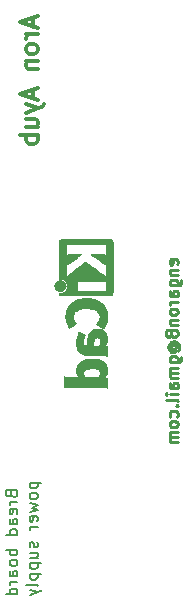
<source format=gbo>
G04 #@! TF.GenerationSoftware,KiCad,Pcbnew,(5.1.5)-3*
G04 #@! TF.CreationDate,2020-11-06T17:50:15+03:00*
G04 #@! TF.ProjectId,P_supply,505f7375-7070-46c7-992e-6b696361645f,rev?*
G04 #@! TF.SameCoordinates,Original*
G04 #@! TF.FileFunction,Legend,Bot*
G04 #@! TF.FilePolarity,Positive*
%FSLAX46Y46*%
G04 Gerber Fmt 4.6, Leading zero omitted, Abs format (unit mm)*
G04 Created by KiCad (PCBNEW (5.1.5)-3) date 2020-11-06 17:50:15*
%MOMM*%
%LPD*%
G04 APERTURE LIST*
%ADD10C,0.300000*%
%ADD11C,0.250000*%
%ADD12C,0.200000*%
%ADD13C,0.010000*%
G04 APERTURE END LIST*
D10*
X80895000Y-53733571D02*
X80895000Y-54447857D01*
X81323571Y-53590714D02*
X79823571Y-54090714D01*
X81323571Y-54590714D01*
X81323571Y-55090714D02*
X80323571Y-55090714D01*
X80609285Y-55090714D02*
X80466428Y-55162142D01*
X80395000Y-55233571D01*
X80323571Y-55376428D01*
X80323571Y-55519285D01*
X81323571Y-56233571D02*
X81252142Y-56090714D01*
X81180714Y-56019285D01*
X81037857Y-55947857D01*
X80609285Y-55947857D01*
X80466428Y-56019285D01*
X80395000Y-56090714D01*
X80323571Y-56233571D01*
X80323571Y-56447857D01*
X80395000Y-56590714D01*
X80466428Y-56662142D01*
X80609285Y-56733571D01*
X81037857Y-56733571D01*
X81180714Y-56662142D01*
X81252142Y-56590714D01*
X81323571Y-56447857D01*
X81323571Y-56233571D01*
X80323571Y-57376428D02*
X81323571Y-57376428D01*
X80466428Y-57376428D02*
X80395000Y-57447857D01*
X80323571Y-57590714D01*
X80323571Y-57805000D01*
X80395000Y-57947857D01*
X80537857Y-58019285D01*
X81323571Y-58019285D01*
X80895000Y-59805000D02*
X80895000Y-60519285D01*
X81323571Y-59662142D02*
X79823571Y-60162142D01*
X81323571Y-60662142D01*
X80323571Y-61019285D02*
X81323571Y-61376428D01*
X80323571Y-61733571D02*
X81323571Y-61376428D01*
X81680714Y-61233571D01*
X81752142Y-61162142D01*
X81823571Y-61019285D01*
X80323571Y-62947857D02*
X81323571Y-62947857D01*
X80323571Y-62305000D02*
X81109285Y-62305000D01*
X81252142Y-62376428D01*
X81323571Y-62519285D01*
X81323571Y-62733571D01*
X81252142Y-62876428D01*
X81180714Y-62947857D01*
X81323571Y-63662142D02*
X79823571Y-63662142D01*
X80395000Y-63662142D02*
X80323571Y-63805000D01*
X80323571Y-64090714D01*
X80395000Y-64233571D01*
X80466428Y-64305000D01*
X80609285Y-64376428D01*
X81037857Y-64376428D01*
X81180714Y-64305000D01*
X81252142Y-64233571D01*
X81323571Y-64090714D01*
X81323571Y-63805000D01*
X81252142Y-63662142D01*
D11*
X93114761Y-74557857D02*
X93162380Y-74462619D01*
X93162380Y-74272142D01*
X93114761Y-74176904D01*
X93019523Y-74129285D01*
X92638571Y-74129285D01*
X92543333Y-74176904D01*
X92495714Y-74272142D01*
X92495714Y-74462619D01*
X92543333Y-74557857D01*
X92638571Y-74605476D01*
X92733809Y-74605476D01*
X92829047Y-74129285D01*
X92495714Y-75034047D02*
X93162380Y-75034047D01*
X92590952Y-75034047D02*
X92543333Y-75081666D01*
X92495714Y-75176904D01*
X92495714Y-75319761D01*
X92543333Y-75415000D01*
X92638571Y-75462619D01*
X93162380Y-75462619D01*
X92495714Y-76367380D02*
X93305238Y-76367380D01*
X93400476Y-76319761D01*
X93448095Y-76272142D01*
X93495714Y-76176904D01*
X93495714Y-76034047D01*
X93448095Y-75938809D01*
X93114761Y-76367380D02*
X93162380Y-76272142D01*
X93162380Y-76081666D01*
X93114761Y-75986428D01*
X93067142Y-75938809D01*
X92971904Y-75891190D01*
X92686190Y-75891190D01*
X92590952Y-75938809D01*
X92543333Y-75986428D01*
X92495714Y-76081666D01*
X92495714Y-76272142D01*
X92543333Y-76367380D01*
X93162380Y-77272142D02*
X92638571Y-77272142D01*
X92543333Y-77224523D01*
X92495714Y-77129285D01*
X92495714Y-76938809D01*
X92543333Y-76843571D01*
X93114761Y-77272142D02*
X93162380Y-77176904D01*
X93162380Y-76938809D01*
X93114761Y-76843571D01*
X93019523Y-76795952D01*
X92924285Y-76795952D01*
X92829047Y-76843571D01*
X92781428Y-76938809D01*
X92781428Y-77176904D01*
X92733809Y-77272142D01*
X93162380Y-77748333D02*
X92495714Y-77748333D01*
X92686190Y-77748333D02*
X92590952Y-77795952D01*
X92543333Y-77843571D01*
X92495714Y-77938809D01*
X92495714Y-78034047D01*
X93162380Y-78510238D02*
X93114761Y-78415000D01*
X93067142Y-78367380D01*
X92971904Y-78319761D01*
X92686190Y-78319761D01*
X92590952Y-78367380D01*
X92543333Y-78415000D01*
X92495714Y-78510238D01*
X92495714Y-78653095D01*
X92543333Y-78748333D01*
X92590952Y-78795952D01*
X92686190Y-78843571D01*
X92971904Y-78843571D01*
X93067142Y-78795952D01*
X93114761Y-78748333D01*
X93162380Y-78653095D01*
X93162380Y-78510238D01*
X92495714Y-79272142D02*
X93162380Y-79272142D01*
X92590952Y-79272142D02*
X92543333Y-79319761D01*
X92495714Y-79415000D01*
X92495714Y-79557857D01*
X92543333Y-79653095D01*
X92638571Y-79700714D01*
X93162380Y-79700714D01*
X92590952Y-80319761D02*
X92543333Y-80224523D01*
X92495714Y-80176904D01*
X92400476Y-80129285D01*
X92352857Y-80129285D01*
X92257619Y-80176904D01*
X92210000Y-80224523D01*
X92162380Y-80319761D01*
X92162380Y-80510238D01*
X92210000Y-80605476D01*
X92257619Y-80653095D01*
X92352857Y-80700714D01*
X92400476Y-80700714D01*
X92495714Y-80653095D01*
X92543333Y-80605476D01*
X92590952Y-80510238D01*
X92590952Y-80319761D01*
X92638571Y-80224523D01*
X92686190Y-80176904D01*
X92781428Y-80129285D01*
X92971904Y-80129285D01*
X93067142Y-80176904D01*
X93114761Y-80224523D01*
X93162380Y-80319761D01*
X93162380Y-80510238D01*
X93114761Y-80605476D01*
X93067142Y-80653095D01*
X92971904Y-80700714D01*
X92781428Y-80700714D01*
X92686190Y-80653095D01*
X92638571Y-80605476D01*
X92590952Y-80510238D01*
X92686190Y-81748333D02*
X92638571Y-81700714D01*
X92590952Y-81605476D01*
X92590952Y-81510238D01*
X92638571Y-81415000D01*
X92686190Y-81367380D01*
X92781428Y-81319761D01*
X92876666Y-81319761D01*
X92971904Y-81367380D01*
X93019523Y-81415000D01*
X93067142Y-81510238D01*
X93067142Y-81605476D01*
X93019523Y-81700714D01*
X92971904Y-81748333D01*
X92590952Y-81748333D02*
X92971904Y-81748333D01*
X93019523Y-81795952D01*
X93019523Y-81843571D01*
X92971904Y-81938809D01*
X92876666Y-81986428D01*
X92638571Y-81986428D01*
X92495714Y-81891190D01*
X92400476Y-81748333D01*
X92352857Y-81557857D01*
X92400476Y-81367380D01*
X92495714Y-81224523D01*
X92638571Y-81129285D01*
X92829047Y-81081666D01*
X93019523Y-81129285D01*
X93162380Y-81224523D01*
X93257619Y-81367380D01*
X93305238Y-81557857D01*
X93257619Y-81748333D01*
X93162380Y-81891190D01*
X92495714Y-82843571D02*
X93305238Y-82843571D01*
X93400476Y-82795952D01*
X93448095Y-82748333D01*
X93495714Y-82653095D01*
X93495714Y-82510238D01*
X93448095Y-82415000D01*
X93114761Y-82843571D02*
X93162380Y-82748333D01*
X93162380Y-82557857D01*
X93114761Y-82462619D01*
X93067142Y-82415000D01*
X92971904Y-82367380D01*
X92686190Y-82367380D01*
X92590952Y-82415000D01*
X92543333Y-82462619D01*
X92495714Y-82557857D01*
X92495714Y-82748333D01*
X92543333Y-82843571D01*
X93162380Y-83319761D02*
X92495714Y-83319761D01*
X92590952Y-83319761D02*
X92543333Y-83367380D01*
X92495714Y-83462619D01*
X92495714Y-83605476D01*
X92543333Y-83700714D01*
X92638571Y-83748333D01*
X93162380Y-83748333D01*
X92638571Y-83748333D02*
X92543333Y-83795952D01*
X92495714Y-83891190D01*
X92495714Y-84034047D01*
X92543333Y-84129285D01*
X92638571Y-84176904D01*
X93162380Y-84176904D01*
X93162380Y-85081666D02*
X92638571Y-85081666D01*
X92543333Y-85034047D01*
X92495714Y-84938809D01*
X92495714Y-84748333D01*
X92543333Y-84653095D01*
X93114761Y-85081666D02*
X93162380Y-84986428D01*
X93162380Y-84748333D01*
X93114761Y-84653095D01*
X93019523Y-84605476D01*
X92924285Y-84605476D01*
X92829047Y-84653095D01*
X92781428Y-84748333D01*
X92781428Y-84986428D01*
X92733809Y-85081666D01*
X93162380Y-85557857D02*
X92495714Y-85557857D01*
X92162380Y-85557857D02*
X92210000Y-85510238D01*
X92257619Y-85557857D01*
X92210000Y-85605476D01*
X92162380Y-85557857D01*
X92257619Y-85557857D01*
X93162380Y-86176904D02*
X93114761Y-86081666D01*
X93019523Y-86034047D01*
X92162380Y-86034047D01*
X93067142Y-86557857D02*
X93114761Y-86605476D01*
X93162380Y-86557857D01*
X93114761Y-86510238D01*
X93067142Y-86557857D01*
X93162380Y-86557857D01*
X93114761Y-87462619D02*
X93162380Y-87367380D01*
X93162380Y-87176904D01*
X93114761Y-87081666D01*
X93067142Y-87034047D01*
X92971904Y-86986428D01*
X92686190Y-86986428D01*
X92590952Y-87034047D01*
X92543333Y-87081666D01*
X92495714Y-87176904D01*
X92495714Y-87367380D01*
X92543333Y-87462619D01*
X93162380Y-88034047D02*
X93114761Y-87938809D01*
X93067142Y-87891190D01*
X92971904Y-87843571D01*
X92686190Y-87843571D01*
X92590952Y-87891190D01*
X92543333Y-87938809D01*
X92495714Y-88034047D01*
X92495714Y-88176904D01*
X92543333Y-88272142D01*
X92590952Y-88319761D01*
X92686190Y-88367380D01*
X92971904Y-88367380D01*
X93067142Y-88319761D01*
X93114761Y-88272142D01*
X93162380Y-88176904D01*
X93162380Y-88034047D01*
X93162380Y-88795952D02*
X92495714Y-88795952D01*
X92590952Y-88795952D02*
X92543333Y-88843571D01*
X92495714Y-88938809D01*
X92495714Y-89081666D01*
X92543333Y-89176904D01*
X92638571Y-89224523D01*
X93162380Y-89224523D01*
X92638571Y-89224523D02*
X92543333Y-89272142D01*
X92495714Y-89367380D01*
X92495714Y-89510238D01*
X92543333Y-89605476D01*
X92638571Y-89653095D01*
X93162380Y-89653095D01*
D12*
X79088571Y-94025714D02*
X79136190Y-94168571D01*
X79183809Y-94216190D01*
X79279047Y-94263809D01*
X79421904Y-94263809D01*
X79517142Y-94216190D01*
X79564761Y-94168571D01*
X79612380Y-94073333D01*
X79612380Y-93692380D01*
X78612380Y-93692380D01*
X78612380Y-94025714D01*
X78660000Y-94120952D01*
X78707619Y-94168571D01*
X78802857Y-94216190D01*
X78898095Y-94216190D01*
X78993333Y-94168571D01*
X79040952Y-94120952D01*
X79088571Y-94025714D01*
X79088571Y-93692380D01*
X79612380Y-94692380D02*
X78945714Y-94692380D01*
X79136190Y-94692380D02*
X79040952Y-94740000D01*
X78993333Y-94787619D01*
X78945714Y-94882857D01*
X78945714Y-94978095D01*
X79564761Y-95692380D02*
X79612380Y-95597142D01*
X79612380Y-95406666D01*
X79564761Y-95311428D01*
X79469523Y-95263809D01*
X79088571Y-95263809D01*
X78993333Y-95311428D01*
X78945714Y-95406666D01*
X78945714Y-95597142D01*
X78993333Y-95692380D01*
X79088571Y-95740000D01*
X79183809Y-95740000D01*
X79279047Y-95263809D01*
X79612380Y-96597142D02*
X79088571Y-96597142D01*
X78993333Y-96549523D01*
X78945714Y-96454285D01*
X78945714Y-96263809D01*
X78993333Y-96168571D01*
X79564761Y-96597142D02*
X79612380Y-96501904D01*
X79612380Y-96263809D01*
X79564761Y-96168571D01*
X79469523Y-96120952D01*
X79374285Y-96120952D01*
X79279047Y-96168571D01*
X79231428Y-96263809D01*
X79231428Y-96501904D01*
X79183809Y-96597142D01*
X79612380Y-97501904D02*
X78612380Y-97501904D01*
X79564761Y-97501904D02*
X79612380Y-97406666D01*
X79612380Y-97216190D01*
X79564761Y-97120952D01*
X79517142Y-97073333D01*
X79421904Y-97025714D01*
X79136190Y-97025714D01*
X79040952Y-97073333D01*
X78993333Y-97120952D01*
X78945714Y-97216190D01*
X78945714Y-97406666D01*
X78993333Y-97501904D01*
X79612380Y-98740000D02*
X78612380Y-98740000D01*
X78993333Y-98740000D02*
X78945714Y-98835238D01*
X78945714Y-99025714D01*
X78993333Y-99120952D01*
X79040952Y-99168571D01*
X79136190Y-99216190D01*
X79421904Y-99216190D01*
X79517142Y-99168571D01*
X79564761Y-99120952D01*
X79612380Y-99025714D01*
X79612380Y-98835238D01*
X79564761Y-98740000D01*
X79612380Y-99787619D02*
X79564761Y-99692380D01*
X79517142Y-99644761D01*
X79421904Y-99597142D01*
X79136190Y-99597142D01*
X79040952Y-99644761D01*
X78993333Y-99692380D01*
X78945714Y-99787619D01*
X78945714Y-99930476D01*
X78993333Y-100025714D01*
X79040952Y-100073333D01*
X79136190Y-100120952D01*
X79421904Y-100120952D01*
X79517142Y-100073333D01*
X79564761Y-100025714D01*
X79612380Y-99930476D01*
X79612380Y-99787619D01*
X79612380Y-100978095D02*
X79088571Y-100978095D01*
X78993333Y-100930476D01*
X78945714Y-100835238D01*
X78945714Y-100644761D01*
X78993333Y-100549523D01*
X79564761Y-100978095D02*
X79612380Y-100882857D01*
X79612380Y-100644761D01*
X79564761Y-100549523D01*
X79469523Y-100501904D01*
X79374285Y-100501904D01*
X79279047Y-100549523D01*
X79231428Y-100644761D01*
X79231428Y-100882857D01*
X79183809Y-100978095D01*
X79612380Y-101454285D02*
X78945714Y-101454285D01*
X79136190Y-101454285D02*
X79040952Y-101501904D01*
X78993333Y-101549523D01*
X78945714Y-101644761D01*
X78945714Y-101740000D01*
X79612380Y-102501904D02*
X78612380Y-102501904D01*
X79564761Y-102501904D02*
X79612380Y-102406666D01*
X79612380Y-102216190D01*
X79564761Y-102120952D01*
X79517142Y-102073333D01*
X79421904Y-102025714D01*
X79136190Y-102025714D01*
X79040952Y-102073333D01*
X78993333Y-102120952D01*
X78945714Y-102216190D01*
X78945714Y-102406666D01*
X78993333Y-102501904D01*
X80645714Y-93073333D02*
X81645714Y-93073333D01*
X80693333Y-93073333D02*
X80645714Y-93168571D01*
X80645714Y-93359047D01*
X80693333Y-93454285D01*
X80740952Y-93501904D01*
X80836190Y-93549523D01*
X81121904Y-93549523D01*
X81217142Y-93501904D01*
X81264761Y-93454285D01*
X81312380Y-93359047D01*
X81312380Y-93168571D01*
X81264761Y-93073333D01*
X81312380Y-94120952D02*
X81264761Y-94025714D01*
X81217142Y-93978095D01*
X81121904Y-93930476D01*
X80836190Y-93930476D01*
X80740952Y-93978095D01*
X80693333Y-94025714D01*
X80645714Y-94120952D01*
X80645714Y-94263809D01*
X80693333Y-94359047D01*
X80740952Y-94406666D01*
X80836190Y-94454285D01*
X81121904Y-94454285D01*
X81217142Y-94406666D01*
X81264761Y-94359047D01*
X81312380Y-94263809D01*
X81312380Y-94120952D01*
X80645714Y-94787619D02*
X81312380Y-94978095D01*
X80836190Y-95168571D01*
X81312380Y-95359047D01*
X80645714Y-95549523D01*
X81264761Y-96311428D02*
X81312380Y-96216190D01*
X81312380Y-96025714D01*
X81264761Y-95930476D01*
X81169523Y-95882857D01*
X80788571Y-95882857D01*
X80693333Y-95930476D01*
X80645714Y-96025714D01*
X80645714Y-96216190D01*
X80693333Y-96311428D01*
X80788571Y-96359047D01*
X80883809Y-96359047D01*
X80979047Y-95882857D01*
X81312380Y-96787619D02*
X80645714Y-96787619D01*
X80836190Y-96787619D02*
X80740952Y-96835238D01*
X80693333Y-96882857D01*
X80645714Y-96978095D01*
X80645714Y-97073333D01*
X81264761Y-98120952D02*
X81312380Y-98216190D01*
X81312380Y-98406666D01*
X81264761Y-98501904D01*
X81169523Y-98549523D01*
X81121904Y-98549523D01*
X81026666Y-98501904D01*
X80979047Y-98406666D01*
X80979047Y-98263809D01*
X80931428Y-98168571D01*
X80836190Y-98120952D01*
X80788571Y-98120952D01*
X80693333Y-98168571D01*
X80645714Y-98263809D01*
X80645714Y-98406666D01*
X80693333Y-98501904D01*
X80645714Y-99406666D02*
X81312380Y-99406666D01*
X80645714Y-98978095D02*
X81169523Y-98978095D01*
X81264761Y-99025714D01*
X81312380Y-99120952D01*
X81312380Y-99263809D01*
X81264761Y-99359047D01*
X81217142Y-99406666D01*
X80645714Y-99882857D02*
X81645714Y-99882857D01*
X80693333Y-99882857D02*
X80645714Y-99978095D01*
X80645714Y-100168571D01*
X80693333Y-100263809D01*
X80740952Y-100311428D01*
X80836190Y-100359047D01*
X81121904Y-100359047D01*
X81217142Y-100311428D01*
X81264761Y-100263809D01*
X81312380Y-100168571D01*
X81312380Y-99978095D01*
X81264761Y-99882857D01*
X80645714Y-100787619D02*
X81645714Y-100787619D01*
X80693333Y-100787619D02*
X80645714Y-100882857D01*
X80645714Y-101073333D01*
X80693333Y-101168571D01*
X80740952Y-101216190D01*
X80836190Y-101263809D01*
X81121904Y-101263809D01*
X81217142Y-101216190D01*
X81264761Y-101168571D01*
X81312380Y-101073333D01*
X81312380Y-100882857D01*
X81264761Y-100787619D01*
X81312380Y-101835238D02*
X81264761Y-101740000D01*
X81169523Y-101692380D01*
X80312380Y-101692380D01*
X80645714Y-102120952D02*
X81312380Y-102359047D01*
X80645714Y-102597142D02*
X81312380Y-102359047D01*
X81550476Y-102263809D01*
X81598095Y-102216190D01*
X81645714Y-102120952D01*
D13*
G36*
X82751571Y-76466957D02*
G01*
X82775809Y-76563232D01*
X82818641Y-76649816D01*
X82878419Y-76724627D01*
X82953494Y-76785582D01*
X83042220Y-76830601D01*
X83138530Y-76856864D01*
X83235795Y-76862714D01*
X83329654Y-76847860D01*
X83417511Y-76814160D01*
X83496770Y-76763472D01*
X83564836Y-76697655D01*
X83619112Y-76618566D01*
X83657002Y-76528066D01*
X83669426Y-76476800D01*
X83676947Y-76432302D01*
X83679919Y-76398001D01*
X83678094Y-76365040D01*
X83671225Y-76324566D01*
X83664250Y-76291469D01*
X83632741Y-76198053D01*
X83581617Y-76114381D01*
X83512429Y-76042335D01*
X83426728Y-75983800D01*
X83399489Y-75969852D01*
X83363122Y-75953414D01*
X83332582Y-75943106D01*
X83300450Y-75937540D01*
X83259307Y-75935331D01*
X83213222Y-75935052D01*
X83128865Y-75939139D01*
X83059586Y-75952554D01*
X82998961Y-75977744D01*
X82940567Y-76017154D01*
X82896302Y-76055702D01*
X82830484Y-76127594D01*
X82785053Y-76202687D01*
X82757850Y-76285438D01*
X82747576Y-76363072D01*
X82751571Y-76466957D01*
G37*
X82751571Y-76466957D02*
X82775809Y-76563232D01*
X82818641Y-76649816D01*
X82878419Y-76724627D01*
X82953494Y-76785582D01*
X83042220Y-76830601D01*
X83138530Y-76856864D01*
X83235795Y-76862714D01*
X83329654Y-76847860D01*
X83417511Y-76814160D01*
X83496770Y-76763472D01*
X83564836Y-76697655D01*
X83619112Y-76618566D01*
X83657002Y-76528066D01*
X83669426Y-76476800D01*
X83676947Y-76432302D01*
X83679919Y-76398001D01*
X83678094Y-76365040D01*
X83671225Y-76324566D01*
X83664250Y-76291469D01*
X83632741Y-76198053D01*
X83581617Y-76114381D01*
X83512429Y-76042335D01*
X83426728Y-75983800D01*
X83399489Y-75969852D01*
X83363122Y-75953414D01*
X83332582Y-75943106D01*
X83300450Y-75937540D01*
X83259307Y-75935331D01*
X83213222Y-75935052D01*
X83128865Y-75939139D01*
X83059586Y-75952554D01*
X82998961Y-75977744D01*
X82940567Y-76017154D01*
X82896302Y-76055702D01*
X82830484Y-76127594D01*
X82785053Y-76202687D01*
X82757850Y-76285438D01*
X82747576Y-76363072D01*
X82751571Y-76466957D01*
G36*
X85197245Y-84926507D02*
G01*
X85431662Y-84926526D01*
X85644603Y-84926552D01*
X85837168Y-84926625D01*
X86010459Y-84926782D01*
X86165576Y-84927064D01*
X86303620Y-84927509D01*
X86425692Y-84928156D01*
X86532894Y-84929045D01*
X86626326Y-84930213D01*
X86707090Y-84931701D01*
X86776286Y-84933546D01*
X86835015Y-84935789D01*
X86884379Y-84938469D01*
X86925478Y-84941623D01*
X86959413Y-84945292D01*
X86987286Y-84949513D01*
X87010198Y-84954327D01*
X87029249Y-84959773D01*
X87045540Y-84965888D01*
X87060173Y-84972712D01*
X87074249Y-84980285D01*
X87088868Y-84988645D01*
X87097974Y-84993839D01*
X87158689Y-85028104D01*
X87158689Y-84169955D01*
X87062733Y-84169955D01*
X87019370Y-84169224D01*
X86986205Y-84167272D01*
X86968424Y-84164463D01*
X86966778Y-84163221D01*
X86973662Y-84151799D01*
X86991505Y-84129084D01*
X87010879Y-84106385D01*
X87051614Y-84051800D01*
X87092617Y-83982321D01*
X87130123Y-83905270D01*
X87160364Y-83827965D01*
X87170012Y-83797113D01*
X87184578Y-83728616D01*
X87194539Y-83645764D01*
X87199583Y-83556371D01*
X87199396Y-83468248D01*
X87193666Y-83389207D01*
X87187858Y-83351511D01*
X87149797Y-83213414D01*
X87092073Y-83086113D01*
X87015211Y-82970292D01*
X86919739Y-82866637D01*
X86806179Y-82775833D01*
X86695381Y-82709031D01*
X86578625Y-82654164D01*
X86459276Y-82612163D01*
X86333283Y-82582167D01*
X86196594Y-82563311D01*
X86045158Y-82554732D01*
X85967711Y-82554006D01*
X85910934Y-82556100D01*
X85910934Y-83385217D01*
X86004002Y-83385424D01*
X86091692Y-83388337D01*
X86168772Y-83394000D01*
X86230009Y-83402455D01*
X86242350Y-83405038D01*
X86349633Y-83436840D01*
X86436658Y-83478498D01*
X86503642Y-83530363D01*
X86550805Y-83592781D01*
X86578365Y-83666100D01*
X86586541Y-83750669D01*
X86575551Y-83846835D01*
X86559829Y-83910311D01*
X86541639Y-83959454D01*
X86515791Y-84013583D01*
X86492089Y-84054244D01*
X86445721Y-84124800D01*
X85295530Y-84124800D01*
X85251962Y-84057392D01*
X85211040Y-83978867D01*
X85184389Y-83894681D01*
X85172465Y-83809557D01*
X85175722Y-83728216D01*
X85194615Y-83655380D01*
X85210184Y-83623426D01*
X85253181Y-83565501D01*
X85309953Y-83516544D01*
X85382575Y-83475390D01*
X85473121Y-83440874D01*
X85583666Y-83411833D01*
X85589533Y-83410552D01*
X85651788Y-83400381D01*
X85729594Y-83392739D01*
X85817720Y-83387670D01*
X85910934Y-83385217D01*
X85910934Y-82556100D01*
X85754895Y-82561857D01*
X85559059Y-82583802D01*
X85380332Y-82619786D01*
X85218845Y-82669759D01*
X85074726Y-82733668D01*
X84948106Y-82811462D01*
X84839115Y-82903089D01*
X84747883Y-83008497D01*
X84716932Y-83053662D01*
X84660785Y-83154611D01*
X84621174Y-83257901D01*
X84597014Y-83367989D01*
X84587219Y-83489330D01*
X84588265Y-83581836D01*
X84599231Y-83711490D01*
X84621046Y-83824084D01*
X84654714Y-83922875D01*
X84701236Y-84011121D01*
X84735448Y-84059986D01*
X84757362Y-84089353D01*
X84772333Y-84111043D01*
X84776733Y-84119253D01*
X84765904Y-84120868D01*
X84735251Y-84122159D01*
X84687526Y-84123138D01*
X84625479Y-84123817D01*
X84551862Y-84124210D01*
X84469427Y-84124330D01*
X84380925Y-84124188D01*
X84289107Y-84123797D01*
X84196724Y-84123171D01*
X84106528Y-84122320D01*
X84021271Y-84121260D01*
X83943703Y-84120001D01*
X83876576Y-84118556D01*
X83822641Y-84116938D01*
X83784650Y-84115161D01*
X83777667Y-84114669D01*
X83707251Y-84107092D01*
X83652102Y-84095531D01*
X83604981Y-84077792D01*
X83558647Y-84051682D01*
X83549067Y-84045415D01*
X83512378Y-84020983D01*
X83512378Y-84926311D01*
X85197245Y-84926507D01*
G37*
X85197245Y-84926507D02*
X85431662Y-84926526D01*
X85644603Y-84926552D01*
X85837168Y-84926625D01*
X86010459Y-84926782D01*
X86165576Y-84927064D01*
X86303620Y-84927509D01*
X86425692Y-84928156D01*
X86532894Y-84929045D01*
X86626326Y-84930213D01*
X86707090Y-84931701D01*
X86776286Y-84933546D01*
X86835015Y-84935789D01*
X86884379Y-84938469D01*
X86925478Y-84941623D01*
X86959413Y-84945292D01*
X86987286Y-84949513D01*
X87010198Y-84954327D01*
X87029249Y-84959773D01*
X87045540Y-84965888D01*
X87060173Y-84972712D01*
X87074249Y-84980285D01*
X87088868Y-84988645D01*
X87097974Y-84993839D01*
X87158689Y-85028104D01*
X87158689Y-84169955D01*
X87062733Y-84169955D01*
X87019370Y-84169224D01*
X86986205Y-84167272D01*
X86968424Y-84164463D01*
X86966778Y-84163221D01*
X86973662Y-84151799D01*
X86991505Y-84129084D01*
X87010879Y-84106385D01*
X87051614Y-84051800D01*
X87092617Y-83982321D01*
X87130123Y-83905270D01*
X87160364Y-83827965D01*
X87170012Y-83797113D01*
X87184578Y-83728616D01*
X87194539Y-83645764D01*
X87199583Y-83556371D01*
X87199396Y-83468248D01*
X87193666Y-83389207D01*
X87187858Y-83351511D01*
X87149797Y-83213414D01*
X87092073Y-83086113D01*
X87015211Y-82970292D01*
X86919739Y-82866637D01*
X86806179Y-82775833D01*
X86695381Y-82709031D01*
X86578625Y-82654164D01*
X86459276Y-82612163D01*
X86333283Y-82582167D01*
X86196594Y-82563311D01*
X86045158Y-82554732D01*
X85967711Y-82554006D01*
X85910934Y-82556100D01*
X85910934Y-83385217D01*
X86004002Y-83385424D01*
X86091692Y-83388337D01*
X86168772Y-83394000D01*
X86230009Y-83402455D01*
X86242350Y-83405038D01*
X86349633Y-83436840D01*
X86436658Y-83478498D01*
X86503642Y-83530363D01*
X86550805Y-83592781D01*
X86578365Y-83666100D01*
X86586541Y-83750669D01*
X86575551Y-83846835D01*
X86559829Y-83910311D01*
X86541639Y-83959454D01*
X86515791Y-84013583D01*
X86492089Y-84054244D01*
X86445721Y-84124800D01*
X85295530Y-84124800D01*
X85251962Y-84057392D01*
X85211040Y-83978867D01*
X85184389Y-83894681D01*
X85172465Y-83809557D01*
X85175722Y-83728216D01*
X85194615Y-83655380D01*
X85210184Y-83623426D01*
X85253181Y-83565501D01*
X85309953Y-83516544D01*
X85382575Y-83475390D01*
X85473121Y-83440874D01*
X85583666Y-83411833D01*
X85589533Y-83410552D01*
X85651788Y-83400381D01*
X85729594Y-83392739D01*
X85817720Y-83387670D01*
X85910934Y-83385217D01*
X85910934Y-82556100D01*
X85754895Y-82561857D01*
X85559059Y-82583802D01*
X85380332Y-82619786D01*
X85218845Y-82669759D01*
X85074726Y-82733668D01*
X84948106Y-82811462D01*
X84839115Y-82903089D01*
X84747883Y-83008497D01*
X84716932Y-83053662D01*
X84660785Y-83154611D01*
X84621174Y-83257901D01*
X84597014Y-83367989D01*
X84587219Y-83489330D01*
X84588265Y-83581836D01*
X84599231Y-83711490D01*
X84621046Y-83824084D01*
X84654714Y-83922875D01*
X84701236Y-84011121D01*
X84735448Y-84059986D01*
X84757362Y-84089353D01*
X84772333Y-84111043D01*
X84776733Y-84119253D01*
X84765904Y-84120868D01*
X84735251Y-84122159D01*
X84687526Y-84123138D01*
X84625479Y-84123817D01*
X84551862Y-84124210D01*
X84469427Y-84124330D01*
X84380925Y-84124188D01*
X84289107Y-84123797D01*
X84196724Y-84123171D01*
X84106528Y-84122320D01*
X84021271Y-84121260D01*
X83943703Y-84120001D01*
X83876576Y-84118556D01*
X83822641Y-84116938D01*
X83784650Y-84115161D01*
X83777667Y-84114669D01*
X83707251Y-84107092D01*
X83652102Y-84095531D01*
X83604981Y-84077792D01*
X83558647Y-84051682D01*
X83549067Y-84045415D01*
X83512378Y-84020983D01*
X83512378Y-84926311D01*
X85197245Y-84926507D01*
G36*
X84591552Y-81413574D02*
G01*
X84611567Y-81565492D01*
X84645202Y-81700756D01*
X84692725Y-81820239D01*
X84754405Y-81924815D01*
X84817965Y-82002424D01*
X84892099Y-82071265D01*
X84971871Y-82125006D01*
X85064091Y-82167910D01*
X85107161Y-82183384D01*
X85146142Y-82196244D01*
X85182289Y-82207446D01*
X85217434Y-82217120D01*
X85253410Y-82225396D01*
X85292050Y-82232403D01*
X85335185Y-82238272D01*
X85384649Y-82243131D01*
X85442273Y-82247110D01*
X85509891Y-82250340D01*
X85589334Y-82252949D01*
X85682436Y-82255067D01*
X85791027Y-82256824D01*
X85916942Y-82258349D01*
X86062012Y-82259772D01*
X86204778Y-82261025D01*
X86360968Y-82262351D01*
X86496239Y-82263556D01*
X86612246Y-82264766D01*
X86710645Y-82266106D01*
X86793093Y-82267700D01*
X86861246Y-82269675D01*
X86916760Y-82272156D01*
X86961292Y-82275269D01*
X86996498Y-82279138D01*
X87024034Y-82283889D01*
X87045556Y-82289648D01*
X87062722Y-82296539D01*
X87077186Y-82304689D01*
X87090606Y-82314223D01*
X87104638Y-82325266D01*
X87110071Y-82329566D01*
X87132910Y-82345386D01*
X87148463Y-82352422D01*
X87148922Y-82352444D01*
X87151121Y-82341567D01*
X87153147Y-82310582D01*
X87154942Y-82261957D01*
X87156451Y-82198163D01*
X87157616Y-82121669D01*
X87158380Y-82034944D01*
X87158686Y-81940457D01*
X87158689Y-81929550D01*
X87158689Y-81506657D01*
X87062622Y-81503395D01*
X86966556Y-81500133D01*
X87017543Y-81438044D01*
X87085057Y-81340714D01*
X87139749Y-81230813D01*
X87169978Y-81144349D01*
X87184666Y-81075278D01*
X87194659Y-80991925D01*
X87199646Y-80902159D01*
X87199313Y-80813845D01*
X87193351Y-80734851D01*
X87187638Y-80698622D01*
X87149776Y-80558603D01*
X87094932Y-80432178D01*
X87023924Y-80320260D01*
X86937568Y-80223762D01*
X86836679Y-80143600D01*
X86722076Y-80080687D01*
X86595984Y-80036312D01*
X86539401Y-80023978D01*
X86477202Y-80016368D01*
X86402363Y-80012739D01*
X86368467Y-80012245D01*
X86365282Y-80012310D01*
X86365282Y-80772248D01*
X86440333Y-80781541D01*
X86504160Y-80809728D01*
X86559798Y-80858197D01*
X86564211Y-80863254D01*
X86599037Y-80911548D01*
X86621620Y-80963257D01*
X86633540Y-81023989D01*
X86636383Y-81099352D01*
X86635978Y-81117459D01*
X86633325Y-81171278D01*
X86627909Y-81211308D01*
X86617745Y-81246324D01*
X86600850Y-81285103D01*
X86595672Y-81295745D01*
X86559844Y-81356396D01*
X86517212Y-81403215D01*
X86501973Y-81415952D01*
X86445462Y-81460622D01*
X86249586Y-81460622D01*
X86170939Y-81460086D01*
X86112988Y-81458396D01*
X86073875Y-81455428D01*
X86051741Y-81451057D01*
X86045274Y-81446972D01*
X86042111Y-81431047D01*
X86039488Y-81397264D01*
X86037655Y-81350340D01*
X86036857Y-81294993D01*
X86036842Y-81286106D01*
X86042096Y-81165330D01*
X86058263Y-81062660D01*
X86085961Y-80976106D01*
X86125808Y-80903681D01*
X86172758Y-80848751D01*
X86230645Y-80804204D01*
X86293693Y-80779480D01*
X86365282Y-80772248D01*
X86365282Y-80012310D01*
X86274712Y-80014178D01*
X86195812Y-80022522D01*
X86124590Y-80038768D01*
X86053864Y-80064405D01*
X86001493Y-80088401D01*
X85906196Y-80147020D01*
X85818170Y-80225117D01*
X85739017Y-80320315D01*
X85670340Y-80430238D01*
X85613741Y-80552510D01*
X85570821Y-80684755D01*
X85555882Y-80749422D01*
X85533777Y-80885604D01*
X85519194Y-81034049D01*
X85512813Y-81185505D01*
X85514445Y-81312064D01*
X85521224Y-81473950D01*
X85462245Y-81466530D01*
X85363092Y-81447238D01*
X85282372Y-81416104D01*
X85219466Y-81372269D01*
X85173756Y-81314871D01*
X85144622Y-81243048D01*
X85131447Y-81155941D01*
X85133611Y-81052686D01*
X85137612Y-81014711D01*
X85162780Y-80873520D01*
X85203814Y-80736707D01*
X85241815Y-80642178D01*
X85261190Y-80597018D01*
X85276760Y-80558585D01*
X85286405Y-80532234D01*
X85288452Y-80524546D01*
X85279374Y-80514802D01*
X85250405Y-80498083D01*
X85201217Y-80474232D01*
X85131484Y-80443093D01*
X85040879Y-80404507D01*
X85025089Y-80397910D01*
X84952772Y-80367853D01*
X84887425Y-80340874D01*
X84831906Y-80318136D01*
X84789072Y-80300806D01*
X84761781Y-80290048D01*
X84752942Y-80286941D01*
X84748187Y-80296940D01*
X84742910Y-80323217D01*
X84739231Y-80351489D01*
X84734474Y-80381646D01*
X84725028Y-80429433D01*
X84711820Y-80490612D01*
X84695776Y-80560946D01*
X84677820Y-80636194D01*
X84670797Y-80664755D01*
X84645209Y-80769816D01*
X84625147Y-80857480D01*
X84609969Y-80932068D01*
X84599035Y-80997903D01*
X84591704Y-81059307D01*
X84587335Y-81120602D01*
X84585287Y-81186110D01*
X84584889Y-81244128D01*
X84591552Y-81413574D01*
G37*
X84591552Y-81413574D02*
X84611567Y-81565492D01*
X84645202Y-81700756D01*
X84692725Y-81820239D01*
X84754405Y-81924815D01*
X84817965Y-82002424D01*
X84892099Y-82071265D01*
X84971871Y-82125006D01*
X85064091Y-82167910D01*
X85107161Y-82183384D01*
X85146142Y-82196244D01*
X85182289Y-82207446D01*
X85217434Y-82217120D01*
X85253410Y-82225396D01*
X85292050Y-82232403D01*
X85335185Y-82238272D01*
X85384649Y-82243131D01*
X85442273Y-82247110D01*
X85509891Y-82250340D01*
X85589334Y-82252949D01*
X85682436Y-82255067D01*
X85791027Y-82256824D01*
X85916942Y-82258349D01*
X86062012Y-82259772D01*
X86204778Y-82261025D01*
X86360968Y-82262351D01*
X86496239Y-82263556D01*
X86612246Y-82264766D01*
X86710645Y-82266106D01*
X86793093Y-82267700D01*
X86861246Y-82269675D01*
X86916760Y-82272156D01*
X86961292Y-82275269D01*
X86996498Y-82279138D01*
X87024034Y-82283889D01*
X87045556Y-82289648D01*
X87062722Y-82296539D01*
X87077186Y-82304689D01*
X87090606Y-82314223D01*
X87104638Y-82325266D01*
X87110071Y-82329566D01*
X87132910Y-82345386D01*
X87148463Y-82352422D01*
X87148922Y-82352444D01*
X87151121Y-82341567D01*
X87153147Y-82310582D01*
X87154942Y-82261957D01*
X87156451Y-82198163D01*
X87157616Y-82121669D01*
X87158380Y-82034944D01*
X87158686Y-81940457D01*
X87158689Y-81929550D01*
X87158689Y-81506657D01*
X87062622Y-81503395D01*
X86966556Y-81500133D01*
X87017543Y-81438044D01*
X87085057Y-81340714D01*
X87139749Y-81230813D01*
X87169978Y-81144349D01*
X87184666Y-81075278D01*
X87194659Y-80991925D01*
X87199646Y-80902159D01*
X87199313Y-80813845D01*
X87193351Y-80734851D01*
X87187638Y-80698622D01*
X87149776Y-80558603D01*
X87094932Y-80432178D01*
X87023924Y-80320260D01*
X86937568Y-80223762D01*
X86836679Y-80143600D01*
X86722076Y-80080687D01*
X86595984Y-80036312D01*
X86539401Y-80023978D01*
X86477202Y-80016368D01*
X86402363Y-80012739D01*
X86368467Y-80012245D01*
X86365282Y-80012310D01*
X86365282Y-80772248D01*
X86440333Y-80781541D01*
X86504160Y-80809728D01*
X86559798Y-80858197D01*
X86564211Y-80863254D01*
X86599037Y-80911548D01*
X86621620Y-80963257D01*
X86633540Y-81023989D01*
X86636383Y-81099352D01*
X86635978Y-81117459D01*
X86633325Y-81171278D01*
X86627909Y-81211308D01*
X86617745Y-81246324D01*
X86600850Y-81285103D01*
X86595672Y-81295745D01*
X86559844Y-81356396D01*
X86517212Y-81403215D01*
X86501973Y-81415952D01*
X86445462Y-81460622D01*
X86249586Y-81460622D01*
X86170939Y-81460086D01*
X86112988Y-81458396D01*
X86073875Y-81455428D01*
X86051741Y-81451057D01*
X86045274Y-81446972D01*
X86042111Y-81431047D01*
X86039488Y-81397264D01*
X86037655Y-81350340D01*
X86036857Y-81294993D01*
X86036842Y-81286106D01*
X86042096Y-81165330D01*
X86058263Y-81062660D01*
X86085961Y-80976106D01*
X86125808Y-80903681D01*
X86172758Y-80848751D01*
X86230645Y-80804204D01*
X86293693Y-80779480D01*
X86365282Y-80772248D01*
X86365282Y-80012310D01*
X86274712Y-80014178D01*
X86195812Y-80022522D01*
X86124590Y-80038768D01*
X86053864Y-80064405D01*
X86001493Y-80088401D01*
X85906196Y-80147020D01*
X85818170Y-80225117D01*
X85739017Y-80320315D01*
X85670340Y-80430238D01*
X85613741Y-80552510D01*
X85570821Y-80684755D01*
X85555882Y-80749422D01*
X85533777Y-80885604D01*
X85519194Y-81034049D01*
X85512813Y-81185505D01*
X85514445Y-81312064D01*
X85521224Y-81473950D01*
X85462245Y-81466530D01*
X85363092Y-81447238D01*
X85282372Y-81416104D01*
X85219466Y-81372269D01*
X85173756Y-81314871D01*
X85144622Y-81243048D01*
X85131447Y-81155941D01*
X85133611Y-81052686D01*
X85137612Y-81014711D01*
X85162780Y-80873520D01*
X85203814Y-80736707D01*
X85241815Y-80642178D01*
X85261190Y-80597018D01*
X85276760Y-80558585D01*
X85286405Y-80532234D01*
X85288452Y-80524546D01*
X85279374Y-80514802D01*
X85250405Y-80498083D01*
X85201217Y-80474232D01*
X85131484Y-80443093D01*
X85040879Y-80404507D01*
X85025089Y-80397910D01*
X84952772Y-80367853D01*
X84887425Y-80340874D01*
X84831906Y-80318136D01*
X84789072Y-80300806D01*
X84761781Y-80290048D01*
X84752942Y-80286941D01*
X84748187Y-80296940D01*
X84742910Y-80323217D01*
X84739231Y-80351489D01*
X84734474Y-80381646D01*
X84725028Y-80429433D01*
X84711820Y-80490612D01*
X84695776Y-80560946D01*
X84677820Y-80636194D01*
X84670797Y-80664755D01*
X84645209Y-80769816D01*
X84625147Y-80857480D01*
X84609969Y-80932068D01*
X84599035Y-80997903D01*
X84591704Y-81059307D01*
X84587335Y-81120602D01*
X84585287Y-81186110D01*
X84584889Y-81244128D01*
X84591552Y-81413574D01*
G36*
X83674071Y-79068429D02*
G01*
X83695245Y-79228570D01*
X83735385Y-79392510D01*
X83794889Y-79562313D01*
X83874154Y-79740043D01*
X83879699Y-79751310D01*
X83907725Y-79809005D01*
X83931802Y-79860552D01*
X83950249Y-79902191D01*
X83961386Y-79930162D01*
X83963933Y-79939733D01*
X83968941Y-79958950D01*
X83973147Y-79963561D01*
X83983580Y-79958458D01*
X84009868Y-79942418D01*
X84049257Y-79917288D01*
X84098991Y-79884914D01*
X84156315Y-79847143D01*
X84218476Y-79805822D01*
X84282718Y-79762798D01*
X84346285Y-79719917D01*
X84406425Y-79679026D01*
X84460380Y-79641971D01*
X84505397Y-79610600D01*
X84538721Y-79586759D01*
X84557597Y-79572294D01*
X84559787Y-79570309D01*
X84555138Y-79560191D01*
X84537962Y-79537850D01*
X84511440Y-79507280D01*
X84496964Y-79491536D01*
X84421682Y-79395047D01*
X84366241Y-79288336D01*
X84331141Y-79172832D01*
X84316880Y-79049962D01*
X84318051Y-78980561D01*
X84335212Y-78859423D01*
X84371094Y-78750205D01*
X84425959Y-78652582D01*
X84500070Y-78566228D01*
X84593688Y-78490815D01*
X84707076Y-78426018D01*
X84793667Y-78388601D01*
X84929366Y-78344748D01*
X85076850Y-78312428D01*
X85232314Y-78291557D01*
X85391956Y-78282051D01*
X85551973Y-78283827D01*
X85708561Y-78296803D01*
X85857918Y-78320894D01*
X85996240Y-78356018D01*
X86119724Y-78402092D01*
X86153978Y-78418373D01*
X86268064Y-78486620D01*
X86364557Y-78567079D01*
X86442670Y-78658570D01*
X86501617Y-78759911D01*
X86540612Y-78869920D01*
X86558868Y-78987415D01*
X86560211Y-79028883D01*
X86549290Y-79150441D01*
X86516474Y-79270878D01*
X86462439Y-79388666D01*
X86387865Y-79502277D01*
X86309539Y-79593685D01*
X86265008Y-79640215D01*
X86562271Y-79821483D01*
X86636433Y-79866580D01*
X86704646Y-79907819D01*
X86764459Y-79943735D01*
X86813420Y-79972866D01*
X86849079Y-79993750D01*
X86868984Y-80004924D01*
X86872079Y-80006375D01*
X86881718Y-79998146D01*
X86898999Y-79972567D01*
X86922283Y-79932873D01*
X86949934Y-79882297D01*
X86980315Y-79824074D01*
X87011790Y-79761437D01*
X87042722Y-79697621D01*
X87071473Y-79635860D01*
X87096408Y-79579388D01*
X87115889Y-79531438D01*
X87124318Y-79507986D01*
X87162133Y-79374221D01*
X87187136Y-79236327D01*
X87200140Y-79088622D01*
X87202468Y-78961833D01*
X87201373Y-78893878D01*
X87199275Y-78828277D01*
X87196434Y-78770847D01*
X87193106Y-78727403D01*
X87191422Y-78713298D01*
X87162587Y-78574284D01*
X87117468Y-78432757D01*
X87058750Y-78295275D01*
X86989120Y-78168394D01*
X86936441Y-78090889D01*
X86828239Y-77963481D01*
X86701671Y-77845178D01*
X86559866Y-77738172D01*
X86405951Y-77644652D01*
X86243053Y-77566810D01*
X86125756Y-77522956D01*
X85942128Y-77472708D01*
X85747581Y-77439209D01*
X85546325Y-77422449D01*
X85342568Y-77422416D01*
X85140521Y-77439101D01*
X84944392Y-77472493D01*
X84758391Y-77522580D01*
X84746803Y-77526397D01*
X84584750Y-77589281D01*
X84436832Y-77666028D01*
X84298865Y-77759242D01*
X84166661Y-77871527D01*
X84121399Y-77915392D01*
X83997457Y-78051534D01*
X83894915Y-78191491D01*
X83812656Y-78337411D01*
X83749564Y-78491442D01*
X83704523Y-78655732D01*
X83687033Y-78751289D01*
X83671466Y-78910023D01*
X83674071Y-79068429D01*
G37*
X83674071Y-79068429D02*
X83695245Y-79228570D01*
X83735385Y-79392510D01*
X83794889Y-79562313D01*
X83874154Y-79740043D01*
X83879699Y-79751310D01*
X83907725Y-79809005D01*
X83931802Y-79860552D01*
X83950249Y-79902191D01*
X83961386Y-79930162D01*
X83963933Y-79939733D01*
X83968941Y-79958950D01*
X83973147Y-79963561D01*
X83983580Y-79958458D01*
X84009868Y-79942418D01*
X84049257Y-79917288D01*
X84098991Y-79884914D01*
X84156315Y-79847143D01*
X84218476Y-79805822D01*
X84282718Y-79762798D01*
X84346285Y-79719917D01*
X84406425Y-79679026D01*
X84460380Y-79641971D01*
X84505397Y-79610600D01*
X84538721Y-79586759D01*
X84557597Y-79572294D01*
X84559787Y-79570309D01*
X84555138Y-79560191D01*
X84537962Y-79537850D01*
X84511440Y-79507280D01*
X84496964Y-79491536D01*
X84421682Y-79395047D01*
X84366241Y-79288336D01*
X84331141Y-79172832D01*
X84316880Y-79049962D01*
X84318051Y-78980561D01*
X84335212Y-78859423D01*
X84371094Y-78750205D01*
X84425959Y-78652582D01*
X84500070Y-78566228D01*
X84593688Y-78490815D01*
X84707076Y-78426018D01*
X84793667Y-78388601D01*
X84929366Y-78344748D01*
X85076850Y-78312428D01*
X85232314Y-78291557D01*
X85391956Y-78282051D01*
X85551973Y-78283827D01*
X85708561Y-78296803D01*
X85857918Y-78320894D01*
X85996240Y-78356018D01*
X86119724Y-78402092D01*
X86153978Y-78418373D01*
X86268064Y-78486620D01*
X86364557Y-78567079D01*
X86442670Y-78658570D01*
X86501617Y-78759911D01*
X86540612Y-78869920D01*
X86558868Y-78987415D01*
X86560211Y-79028883D01*
X86549290Y-79150441D01*
X86516474Y-79270878D01*
X86462439Y-79388666D01*
X86387865Y-79502277D01*
X86309539Y-79593685D01*
X86265008Y-79640215D01*
X86562271Y-79821483D01*
X86636433Y-79866580D01*
X86704646Y-79907819D01*
X86764459Y-79943735D01*
X86813420Y-79972866D01*
X86849079Y-79993750D01*
X86868984Y-80004924D01*
X86872079Y-80006375D01*
X86881718Y-79998146D01*
X86898999Y-79972567D01*
X86922283Y-79932873D01*
X86949934Y-79882297D01*
X86980315Y-79824074D01*
X87011790Y-79761437D01*
X87042722Y-79697621D01*
X87071473Y-79635860D01*
X87096408Y-79579388D01*
X87115889Y-79531438D01*
X87124318Y-79507986D01*
X87162133Y-79374221D01*
X87187136Y-79236327D01*
X87200140Y-79088622D01*
X87202468Y-78961833D01*
X87201373Y-78893878D01*
X87199275Y-78828277D01*
X87196434Y-78770847D01*
X87193106Y-78727403D01*
X87191422Y-78713298D01*
X87162587Y-78574284D01*
X87117468Y-78432757D01*
X87058750Y-78295275D01*
X86989120Y-78168394D01*
X86936441Y-78090889D01*
X86828239Y-77963481D01*
X86701671Y-77845178D01*
X86559866Y-77738172D01*
X86405951Y-77644652D01*
X86243053Y-77566810D01*
X86125756Y-77522956D01*
X85942128Y-77472708D01*
X85747581Y-77439209D01*
X85546325Y-77422449D01*
X85342568Y-77422416D01*
X85140521Y-77439101D01*
X84944392Y-77472493D01*
X84758391Y-77522580D01*
X84746803Y-77526397D01*
X84584750Y-77589281D01*
X84436832Y-77666028D01*
X84298865Y-77759242D01*
X84166661Y-77871527D01*
X84121399Y-77915392D01*
X83997457Y-78051534D01*
X83894915Y-78191491D01*
X83812656Y-78337411D01*
X83749564Y-78491442D01*
X83704523Y-78655732D01*
X83687033Y-78751289D01*
X83671466Y-78910023D01*
X83674071Y-79068429D01*
G36*
X83214054Y-75793600D02*
G01*
X83327993Y-75804465D01*
X83435616Y-75836082D01*
X83534615Y-75886985D01*
X83622684Y-75955707D01*
X83697516Y-76040781D01*
X83755384Y-76137768D01*
X83795005Y-76244036D01*
X83813573Y-76351050D01*
X83812434Y-76456700D01*
X83792930Y-76558875D01*
X83756406Y-76655466D01*
X83704205Y-76744362D01*
X83637673Y-76823454D01*
X83558152Y-76890631D01*
X83466987Y-76943783D01*
X83365523Y-76980801D01*
X83255102Y-76999573D01*
X83205206Y-77001511D01*
X83117267Y-77001511D01*
X83117267Y-77053440D01*
X83120111Y-77089747D01*
X83131911Y-77116645D01*
X83155649Y-77143751D01*
X83194031Y-77182133D01*
X85385602Y-77182133D01*
X85647739Y-77182124D01*
X85888241Y-77182092D01*
X86108048Y-77182028D01*
X86308101Y-77181924D01*
X86489344Y-77181773D01*
X86652716Y-77181566D01*
X86799160Y-77181294D01*
X86929617Y-77180950D01*
X87045029Y-77180526D01*
X87146338Y-77180013D01*
X87234484Y-77179403D01*
X87310410Y-77178688D01*
X87375057Y-77177860D01*
X87429367Y-77176911D01*
X87474280Y-77175833D01*
X87510740Y-77174617D01*
X87539687Y-77173255D01*
X87562063Y-77171739D01*
X87578809Y-77170062D01*
X87590868Y-77168214D01*
X87599180Y-77166187D01*
X87604687Y-77163975D01*
X87606537Y-77162892D01*
X87613549Y-77158729D01*
X87619996Y-77155195D01*
X87625900Y-77151365D01*
X87631286Y-77146318D01*
X87636178Y-77139129D01*
X87640598Y-77128877D01*
X87644572Y-77114636D01*
X87648121Y-77095486D01*
X87651270Y-77070501D01*
X87654042Y-77038760D01*
X87656461Y-76999338D01*
X87658551Y-76951314D01*
X87660335Y-76893763D01*
X87661837Y-76825763D01*
X87663080Y-76746390D01*
X87664089Y-76654721D01*
X87664885Y-76549834D01*
X87665494Y-76430804D01*
X87665939Y-76296710D01*
X87666243Y-76146627D01*
X87666430Y-75979633D01*
X87666524Y-75794804D01*
X87666548Y-75591217D01*
X87666525Y-75367950D01*
X87666480Y-75124078D01*
X87666437Y-74858679D01*
X87666432Y-74820296D01*
X87666389Y-74553318D01*
X87666318Y-74307998D01*
X87666213Y-74083417D01*
X87666066Y-73878655D01*
X87665869Y-73692794D01*
X87665616Y-73524912D01*
X87665300Y-73374092D01*
X87664913Y-73239413D01*
X87664447Y-73119956D01*
X87663897Y-73014801D01*
X87663253Y-72923029D01*
X87662511Y-72843721D01*
X87661661Y-72775957D01*
X87660697Y-72718818D01*
X87659611Y-72671383D01*
X87658397Y-72632734D01*
X87657047Y-72601951D01*
X87655555Y-72578115D01*
X87653911Y-72560306D01*
X87652111Y-72547605D01*
X87650145Y-72539092D01*
X87648477Y-72534734D01*
X87644906Y-72526272D01*
X87642270Y-72518503D01*
X87639634Y-72511398D01*
X87636062Y-72504927D01*
X87630621Y-72499061D01*
X87622375Y-72493771D01*
X87610390Y-72489026D01*
X87593731Y-72484798D01*
X87571463Y-72481057D01*
X87542652Y-72477773D01*
X87506363Y-72474917D01*
X87461661Y-72472460D01*
X87407611Y-72470371D01*
X87343279Y-72468622D01*
X87267730Y-72467183D01*
X87180030Y-72466024D01*
X87079243Y-72465117D01*
X86964434Y-72464431D01*
X86834670Y-72463937D01*
X86689015Y-72463605D01*
X86526535Y-72463407D01*
X86346295Y-72463313D01*
X86147360Y-72463292D01*
X85928796Y-72463315D01*
X85689668Y-72463354D01*
X85429040Y-72463378D01*
X85386889Y-72463378D01*
X85123992Y-72463364D01*
X84882732Y-72463339D01*
X84662165Y-72463329D01*
X84461352Y-72463358D01*
X84279349Y-72463452D01*
X84115216Y-72463638D01*
X83968011Y-72463941D01*
X83836792Y-72464386D01*
X83726867Y-72464966D01*
X83726867Y-72767803D01*
X83784711Y-72807593D01*
X83800479Y-72818764D01*
X83814441Y-72828834D01*
X83827784Y-72837862D01*
X83841693Y-72845903D01*
X83857356Y-72853014D01*
X83875958Y-72859253D01*
X83898686Y-72864675D01*
X83926727Y-72869338D01*
X83961267Y-72873299D01*
X84003492Y-72876615D01*
X84054589Y-72879341D01*
X84115744Y-72881536D01*
X84188144Y-72883255D01*
X84272975Y-72884556D01*
X84371422Y-72885495D01*
X84484674Y-72886130D01*
X84613916Y-72886516D01*
X84760334Y-72886712D01*
X84925116Y-72886773D01*
X85109447Y-72886757D01*
X85314513Y-72886720D01*
X85437133Y-72886711D01*
X85654082Y-72886735D01*
X85849642Y-72886769D01*
X86024999Y-72886757D01*
X86181341Y-72886642D01*
X86319857Y-72886370D01*
X86441734Y-72885882D01*
X86548160Y-72885124D01*
X86640322Y-72884038D01*
X86719409Y-72882569D01*
X86786608Y-72880660D01*
X86843107Y-72878256D01*
X86890093Y-72875299D01*
X86928755Y-72871734D01*
X86960280Y-72867505D01*
X86985855Y-72862554D01*
X87006670Y-72856827D01*
X87023911Y-72850267D01*
X87038765Y-72842817D01*
X87052422Y-72834421D01*
X87066069Y-72825024D01*
X87080893Y-72814568D01*
X87089783Y-72808477D01*
X87147400Y-72769704D01*
X87147400Y-73301268D01*
X87147365Y-73424517D01*
X87147215Y-73527013D01*
X87146878Y-73610580D01*
X87146286Y-73677044D01*
X87145367Y-73728229D01*
X87144051Y-73765959D01*
X87142269Y-73792060D01*
X87139951Y-73808356D01*
X87137026Y-73816672D01*
X87133424Y-73818832D01*
X87129075Y-73816661D01*
X87127645Y-73815465D01*
X87090573Y-73790315D01*
X87037772Y-73764417D01*
X86975770Y-73740808D01*
X86949357Y-73732539D01*
X86931416Y-73727922D01*
X86910355Y-73724021D01*
X86884089Y-73720752D01*
X86850532Y-73718034D01*
X86807599Y-73715785D01*
X86753204Y-73713923D01*
X86685262Y-73712364D01*
X86601688Y-73711028D01*
X86500395Y-73709831D01*
X86379300Y-73708692D01*
X86334600Y-73708315D01*
X86209449Y-73707298D01*
X86105082Y-73706540D01*
X86019707Y-73706097D01*
X85951533Y-73706030D01*
X85898765Y-73706395D01*
X85859614Y-73707252D01*
X85832285Y-73708659D01*
X85814986Y-73710675D01*
X85805926Y-73713357D01*
X85803312Y-73716764D01*
X85805351Y-73720956D01*
X85809667Y-73725429D01*
X85822602Y-73735784D01*
X85851676Y-73757842D01*
X85894759Y-73790043D01*
X85949718Y-73830826D01*
X86014423Y-73878630D01*
X86086742Y-73931895D01*
X86164544Y-73989060D01*
X86245698Y-74048563D01*
X86328072Y-74108845D01*
X86409536Y-74168345D01*
X86487957Y-74225502D01*
X86561204Y-74278755D01*
X86627147Y-74326543D01*
X86683654Y-74367307D01*
X86728593Y-74399484D01*
X86759834Y-74421515D01*
X86766466Y-74426083D01*
X86803369Y-74449004D01*
X86851359Y-74475812D01*
X86900897Y-74501211D01*
X86907577Y-74504432D01*
X86955772Y-74526110D01*
X86993334Y-74538696D01*
X87029160Y-74544426D01*
X87071200Y-74545544D01*
X87147400Y-74544910D01*
X87147400Y-75699349D01*
X87053669Y-75608185D01*
X87003775Y-75561388D01*
X86947295Y-75511101D01*
X86893026Y-75465056D01*
X86867673Y-75444631D01*
X86828128Y-75414193D01*
X86774916Y-75374138D01*
X86709667Y-75325639D01*
X86634011Y-75269865D01*
X86549577Y-75207989D01*
X86457994Y-75141181D01*
X86360892Y-75070613D01*
X86259901Y-74997455D01*
X86156650Y-74922879D01*
X86052768Y-74848056D01*
X85949885Y-74774157D01*
X85849631Y-74702354D01*
X85753636Y-74633816D01*
X85663527Y-74569716D01*
X85580936Y-74511225D01*
X85507492Y-74459514D01*
X85444824Y-74415753D01*
X85394561Y-74381115D01*
X85358334Y-74356770D01*
X85337771Y-74343889D01*
X85333668Y-74342131D01*
X85322342Y-74350090D01*
X85295162Y-74370885D01*
X85253829Y-74403153D01*
X85200044Y-74445530D01*
X85135506Y-74496653D01*
X85061918Y-74555159D01*
X84980978Y-74619686D01*
X84894388Y-74688869D01*
X84803848Y-74761347D01*
X84711060Y-74835754D01*
X84636702Y-74895483D01*
X84636702Y-75906489D01*
X84649659Y-75912398D01*
X84671908Y-75926728D01*
X84673391Y-75927775D01*
X84703544Y-75946562D01*
X84740375Y-75966209D01*
X84748511Y-75970108D01*
X84756940Y-75973644D01*
X84767059Y-75976770D01*
X84780260Y-75979514D01*
X84797938Y-75981908D01*
X84821484Y-75983981D01*
X84852293Y-75985765D01*
X84891757Y-75987288D01*
X84941269Y-75988581D01*
X85002223Y-75989674D01*
X85076011Y-75990597D01*
X85164028Y-75991381D01*
X85267665Y-75992055D01*
X85388316Y-75992650D01*
X85527374Y-75993195D01*
X85686232Y-75993721D01*
X85865089Y-75994255D01*
X86050207Y-75994794D01*
X86214145Y-75995228D01*
X86358303Y-75995491D01*
X86484079Y-75995516D01*
X86592871Y-75995235D01*
X86686077Y-75994581D01*
X86765097Y-75993486D01*
X86831328Y-75991882D01*
X86886170Y-75989703D01*
X86931021Y-75986881D01*
X86967278Y-75983349D01*
X86996341Y-75979039D01*
X87019609Y-75973883D01*
X87038479Y-75967815D01*
X87054351Y-75960767D01*
X87068622Y-75952671D01*
X87082691Y-75943460D01*
X87095158Y-75934960D01*
X87121452Y-75917824D01*
X87139037Y-75907678D01*
X87142257Y-75906489D01*
X87143334Y-75917396D01*
X87144335Y-75948589D01*
X87145235Y-75997777D01*
X87146010Y-76062667D01*
X87146637Y-76140970D01*
X87147091Y-76230393D01*
X87147349Y-76328644D01*
X87147400Y-76397555D01*
X87147180Y-76502548D01*
X87146548Y-76599390D01*
X87145549Y-76685893D01*
X87144227Y-76759868D01*
X87142626Y-76819126D01*
X87140791Y-76861480D01*
X87138765Y-76884740D01*
X87137493Y-76888622D01*
X87122591Y-76880924D01*
X87114560Y-76872926D01*
X87097434Y-76859754D01*
X87067183Y-76842515D01*
X87042622Y-76830593D01*
X86983711Y-76803955D01*
X85806845Y-76800880D01*
X84629978Y-76797805D01*
X84629978Y-76352147D01*
X84630142Y-76254330D01*
X84630611Y-76163936D01*
X84631347Y-76083370D01*
X84632316Y-76015038D01*
X84633480Y-75961344D01*
X84634803Y-75924695D01*
X84636249Y-75907496D01*
X84636702Y-75906489D01*
X84636702Y-74895483D01*
X84617722Y-74910730D01*
X84525537Y-74984910D01*
X84436204Y-75056931D01*
X84351424Y-75125431D01*
X84272898Y-75189045D01*
X84202326Y-75246412D01*
X84141409Y-75296167D01*
X84091847Y-75336948D01*
X84071178Y-75354112D01*
X83970516Y-75440404D01*
X83887259Y-75517003D01*
X83819438Y-75585817D01*
X83765089Y-75648752D01*
X83757722Y-75658133D01*
X83727117Y-75697644D01*
X83726867Y-74565884D01*
X83774844Y-74571173D01*
X83832188Y-74567870D01*
X83900463Y-74546339D01*
X83980212Y-74506365D01*
X84052495Y-74461057D01*
X84075140Y-74444839D01*
X84112696Y-74416786D01*
X84163021Y-74378570D01*
X84223973Y-74331863D01*
X84293411Y-74278339D01*
X84369194Y-74219669D01*
X84449180Y-74157525D01*
X84531228Y-74093579D01*
X84613196Y-74029505D01*
X84692943Y-73966973D01*
X84768327Y-73907657D01*
X84837207Y-73853229D01*
X84897442Y-73805361D01*
X84946889Y-73765725D01*
X84983408Y-73735994D01*
X85004858Y-73717839D01*
X85008156Y-73714780D01*
X85000149Y-73711921D01*
X84969855Y-73709707D01*
X84917556Y-73708143D01*
X84843531Y-73707233D01*
X84748063Y-73706980D01*
X84631434Y-73707387D01*
X84511445Y-73708296D01*
X84379333Y-73709618D01*
X84267594Y-73711143D01*
X84174025Y-73713119D01*
X84096419Y-73715794D01*
X84032574Y-73719418D01*
X83980283Y-73724239D01*
X83937344Y-73730506D01*
X83901551Y-73738468D01*
X83870700Y-73748373D01*
X83842586Y-73760469D01*
X83815005Y-73775007D01*
X83789966Y-73789689D01*
X83726867Y-73827686D01*
X83726867Y-72767803D01*
X83726867Y-72464966D01*
X83720617Y-72464999D01*
X83618544Y-72465805D01*
X83529633Y-72466830D01*
X83452941Y-72468100D01*
X83387527Y-72469640D01*
X83332449Y-72471476D01*
X83286765Y-72473633D01*
X83249534Y-72476137D01*
X83219813Y-72479013D01*
X83196662Y-72482287D01*
X83179139Y-72485985D01*
X83166301Y-72490131D01*
X83157208Y-72494753D01*
X83150918Y-72499874D01*
X83146488Y-72505522D01*
X83142978Y-72511721D01*
X83139445Y-72518496D01*
X83135876Y-72524492D01*
X83133300Y-72529725D01*
X83130972Y-72537901D01*
X83128878Y-72550114D01*
X83127007Y-72567459D01*
X83125347Y-72591031D01*
X83123884Y-72621923D01*
X83122608Y-72661232D01*
X83121504Y-72710050D01*
X83120561Y-72769473D01*
X83119767Y-72840596D01*
X83119109Y-72924512D01*
X83118575Y-73022317D01*
X83118153Y-73135106D01*
X83117829Y-73263971D01*
X83117592Y-73410009D01*
X83117430Y-73574314D01*
X83117330Y-73757980D01*
X83117280Y-73962103D01*
X83117267Y-74173247D01*
X83117267Y-75793600D01*
X83214054Y-75793600D01*
G37*
X83214054Y-75793600D02*
X83327993Y-75804465D01*
X83435616Y-75836082D01*
X83534615Y-75886985D01*
X83622684Y-75955707D01*
X83697516Y-76040781D01*
X83755384Y-76137768D01*
X83795005Y-76244036D01*
X83813573Y-76351050D01*
X83812434Y-76456700D01*
X83792930Y-76558875D01*
X83756406Y-76655466D01*
X83704205Y-76744362D01*
X83637673Y-76823454D01*
X83558152Y-76890631D01*
X83466987Y-76943783D01*
X83365523Y-76980801D01*
X83255102Y-76999573D01*
X83205206Y-77001511D01*
X83117267Y-77001511D01*
X83117267Y-77053440D01*
X83120111Y-77089747D01*
X83131911Y-77116645D01*
X83155649Y-77143751D01*
X83194031Y-77182133D01*
X85385602Y-77182133D01*
X85647739Y-77182124D01*
X85888241Y-77182092D01*
X86108048Y-77182028D01*
X86308101Y-77181924D01*
X86489344Y-77181773D01*
X86652716Y-77181566D01*
X86799160Y-77181294D01*
X86929617Y-77180950D01*
X87045029Y-77180526D01*
X87146338Y-77180013D01*
X87234484Y-77179403D01*
X87310410Y-77178688D01*
X87375057Y-77177860D01*
X87429367Y-77176911D01*
X87474280Y-77175833D01*
X87510740Y-77174617D01*
X87539687Y-77173255D01*
X87562063Y-77171739D01*
X87578809Y-77170062D01*
X87590868Y-77168214D01*
X87599180Y-77166187D01*
X87604687Y-77163975D01*
X87606537Y-77162892D01*
X87613549Y-77158729D01*
X87619996Y-77155195D01*
X87625900Y-77151365D01*
X87631286Y-77146318D01*
X87636178Y-77139129D01*
X87640598Y-77128877D01*
X87644572Y-77114636D01*
X87648121Y-77095486D01*
X87651270Y-77070501D01*
X87654042Y-77038760D01*
X87656461Y-76999338D01*
X87658551Y-76951314D01*
X87660335Y-76893763D01*
X87661837Y-76825763D01*
X87663080Y-76746390D01*
X87664089Y-76654721D01*
X87664885Y-76549834D01*
X87665494Y-76430804D01*
X87665939Y-76296710D01*
X87666243Y-76146627D01*
X87666430Y-75979633D01*
X87666524Y-75794804D01*
X87666548Y-75591217D01*
X87666525Y-75367950D01*
X87666480Y-75124078D01*
X87666437Y-74858679D01*
X87666432Y-74820296D01*
X87666389Y-74553318D01*
X87666318Y-74307998D01*
X87666213Y-74083417D01*
X87666066Y-73878655D01*
X87665869Y-73692794D01*
X87665616Y-73524912D01*
X87665300Y-73374092D01*
X87664913Y-73239413D01*
X87664447Y-73119956D01*
X87663897Y-73014801D01*
X87663253Y-72923029D01*
X87662511Y-72843721D01*
X87661661Y-72775957D01*
X87660697Y-72718818D01*
X87659611Y-72671383D01*
X87658397Y-72632734D01*
X87657047Y-72601951D01*
X87655555Y-72578115D01*
X87653911Y-72560306D01*
X87652111Y-72547605D01*
X87650145Y-72539092D01*
X87648477Y-72534734D01*
X87644906Y-72526272D01*
X87642270Y-72518503D01*
X87639634Y-72511398D01*
X87636062Y-72504927D01*
X87630621Y-72499061D01*
X87622375Y-72493771D01*
X87610390Y-72489026D01*
X87593731Y-72484798D01*
X87571463Y-72481057D01*
X87542652Y-72477773D01*
X87506363Y-72474917D01*
X87461661Y-72472460D01*
X87407611Y-72470371D01*
X87343279Y-72468622D01*
X87267730Y-72467183D01*
X87180030Y-72466024D01*
X87079243Y-72465117D01*
X86964434Y-72464431D01*
X86834670Y-72463937D01*
X86689015Y-72463605D01*
X86526535Y-72463407D01*
X86346295Y-72463313D01*
X86147360Y-72463292D01*
X85928796Y-72463315D01*
X85689668Y-72463354D01*
X85429040Y-72463378D01*
X85386889Y-72463378D01*
X85123992Y-72463364D01*
X84882732Y-72463339D01*
X84662165Y-72463329D01*
X84461352Y-72463358D01*
X84279349Y-72463452D01*
X84115216Y-72463638D01*
X83968011Y-72463941D01*
X83836792Y-72464386D01*
X83726867Y-72464966D01*
X83726867Y-72767803D01*
X83784711Y-72807593D01*
X83800479Y-72818764D01*
X83814441Y-72828834D01*
X83827784Y-72837862D01*
X83841693Y-72845903D01*
X83857356Y-72853014D01*
X83875958Y-72859253D01*
X83898686Y-72864675D01*
X83926727Y-72869338D01*
X83961267Y-72873299D01*
X84003492Y-72876615D01*
X84054589Y-72879341D01*
X84115744Y-72881536D01*
X84188144Y-72883255D01*
X84272975Y-72884556D01*
X84371422Y-72885495D01*
X84484674Y-72886130D01*
X84613916Y-72886516D01*
X84760334Y-72886712D01*
X84925116Y-72886773D01*
X85109447Y-72886757D01*
X85314513Y-72886720D01*
X85437133Y-72886711D01*
X85654082Y-72886735D01*
X85849642Y-72886769D01*
X86024999Y-72886757D01*
X86181341Y-72886642D01*
X86319857Y-72886370D01*
X86441734Y-72885882D01*
X86548160Y-72885124D01*
X86640322Y-72884038D01*
X86719409Y-72882569D01*
X86786608Y-72880660D01*
X86843107Y-72878256D01*
X86890093Y-72875299D01*
X86928755Y-72871734D01*
X86960280Y-72867505D01*
X86985855Y-72862554D01*
X87006670Y-72856827D01*
X87023911Y-72850267D01*
X87038765Y-72842817D01*
X87052422Y-72834421D01*
X87066069Y-72825024D01*
X87080893Y-72814568D01*
X87089783Y-72808477D01*
X87147400Y-72769704D01*
X87147400Y-73301268D01*
X87147365Y-73424517D01*
X87147215Y-73527013D01*
X87146878Y-73610580D01*
X87146286Y-73677044D01*
X87145367Y-73728229D01*
X87144051Y-73765959D01*
X87142269Y-73792060D01*
X87139951Y-73808356D01*
X87137026Y-73816672D01*
X87133424Y-73818832D01*
X87129075Y-73816661D01*
X87127645Y-73815465D01*
X87090573Y-73790315D01*
X87037772Y-73764417D01*
X86975770Y-73740808D01*
X86949357Y-73732539D01*
X86931416Y-73727922D01*
X86910355Y-73724021D01*
X86884089Y-73720752D01*
X86850532Y-73718034D01*
X86807599Y-73715785D01*
X86753204Y-73713923D01*
X86685262Y-73712364D01*
X86601688Y-73711028D01*
X86500395Y-73709831D01*
X86379300Y-73708692D01*
X86334600Y-73708315D01*
X86209449Y-73707298D01*
X86105082Y-73706540D01*
X86019707Y-73706097D01*
X85951533Y-73706030D01*
X85898765Y-73706395D01*
X85859614Y-73707252D01*
X85832285Y-73708659D01*
X85814986Y-73710675D01*
X85805926Y-73713357D01*
X85803312Y-73716764D01*
X85805351Y-73720956D01*
X85809667Y-73725429D01*
X85822602Y-73735784D01*
X85851676Y-73757842D01*
X85894759Y-73790043D01*
X85949718Y-73830826D01*
X86014423Y-73878630D01*
X86086742Y-73931895D01*
X86164544Y-73989060D01*
X86245698Y-74048563D01*
X86328072Y-74108845D01*
X86409536Y-74168345D01*
X86487957Y-74225502D01*
X86561204Y-74278755D01*
X86627147Y-74326543D01*
X86683654Y-74367307D01*
X86728593Y-74399484D01*
X86759834Y-74421515D01*
X86766466Y-74426083D01*
X86803369Y-74449004D01*
X86851359Y-74475812D01*
X86900897Y-74501211D01*
X86907577Y-74504432D01*
X86955772Y-74526110D01*
X86993334Y-74538696D01*
X87029160Y-74544426D01*
X87071200Y-74545544D01*
X87147400Y-74544910D01*
X87147400Y-75699349D01*
X87053669Y-75608185D01*
X87003775Y-75561388D01*
X86947295Y-75511101D01*
X86893026Y-75465056D01*
X86867673Y-75444631D01*
X86828128Y-75414193D01*
X86774916Y-75374138D01*
X86709667Y-75325639D01*
X86634011Y-75269865D01*
X86549577Y-75207989D01*
X86457994Y-75141181D01*
X86360892Y-75070613D01*
X86259901Y-74997455D01*
X86156650Y-74922879D01*
X86052768Y-74848056D01*
X85949885Y-74774157D01*
X85849631Y-74702354D01*
X85753636Y-74633816D01*
X85663527Y-74569716D01*
X85580936Y-74511225D01*
X85507492Y-74459514D01*
X85444824Y-74415753D01*
X85394561Y-74381115D01*
X85358334Y-74356770D01*
X85337771Y-74343889D01*
X85333668Y-74342131D01*
X85322342Y-74350090D01*
X85295162Y-74370885D01*
X85253829Y-74403153D01*
X85200044Y-74445530D01*
X85135506Y-74496653D01*
X85061918Y-74555159D01*
X84980978Y-74619686D01*
X84894388Y-74688869D01*
X84803848Y-74761347D01*
X84711060Y-74835754D01*
X84636702Y-74895483D01*
X84636702Y-75906489D01*
X84649659Y-75912398D01*
X84671908Y-75926728D01*
X84673391Y-75927775D01*
X84703544Y-75946562D01*
X84740375Y-75966209D01*
X84748511Y-75970108D01*
X84756940Y-75973644D01*
X84767059Y-75976770D01*
X84780260Y-75979514D01*
X84797938Y-75981908D01*
X84821484Y-75983981D01*
X84852293Y-75985765D01*
X84891757Y-75987288D01*
X84941269Y-75988581D01*
X85002223Y-75989674D01*
X85076011Y-75990597D01*
X85164028Y-75991381D01*
X85267665Y-75992055D01*
X85388316Y-75992650D01*
X85527374Y-75993195D01*
X85686232Y-75993721D01*
X85865089Y-75994255D01*
X86050207Y-75994794D01*
X86214145Y-75995228D01*
X86358303Y-75995491D01*
X86484079Y-75995516D01*
X86592871Y-75995235D01*
X86686077Y-75994581D01*
X86765097Y-75993486D01*
X86831328Y-75991882D01*
X86886170Y-75989703D01*
X86931021Y-75986881D01*
X86967278Y-75983349D01*
X86996341Y-75979039D01*
X87019609Y-75973883D01*
X87038479Y-75967815D01*
X87054351Y-75960767D01*
X87068622Y-75952671D01*
X87082691Y-75943460D01*
X87095158Y-75934960D01*
X87121452Y-75917824D01*
X87139037Y-75907678D01*
X87142257Y-75906489D01*
X87143334Y-75917396D01*
X87144335Y-75948589D01*
X87145235Y-75997777D01*
X87146010Y-76062667D01*
X87146637Y-76140970D01*
X87147091Y-76230393D01*
X87147349Y-76328644D01*
X87147400Y-76397555D01*
X87147180Y-76502548D01*
X87146548Y-76599390D01*
X87145549Y-76685893D01*
X87144227Y-76759868D01*
X87142626Y-76819126D01*
X87140791Y-76861480D01*
X87138765Y-76884740D01*
X87137493Y-76888622D01*
X87122591Y-76880924D01*
X87114560Y-76872926D01*
X87097434Y-76859754D01*
X87067183Y-76842515D01*
X87042622Y-76830593D01*
X86983711Y-76803955D01*
X85806845Y-76800880D01*
X84629978Y-76797805D01*
X84629978Y-76352147D01*
X84630142Y-76254330D01*
X84630611Y-76163936D01*
X84631347Y-76083370D01*
X84632316Y-76015038D01*
X84633480Y-75961344D01*
X84634803Y-75924695D01*
X84636249Y-75907496D01*
X84636702Y-75906489D01*
X84636702Y-74895483D01*
X84617722Y-74910730D01*
X84525537Y-74984910D01*
X84436204Y-75056931D01*
X84351424Y-75125431D01*
X84272898Y-75189045D01*
X84202326Y-75246412D01*
X84141409Y-75296167D01*
X84091847Y-75336948D01*
X84071178Y-75354112D01*
X83970516Y-75440404D01*
X83887259Y-75517003D01*
X83819438Y-75585817D01*
X83765089Y-75648752D01*
X83757722Y-75658133D01*
X83727117Y-75697644D01*
X83726867Y-74565884D01*
X83774844Y-74571173D01*
X83832188Y-74567870D01*
X83900463Y-74546339D01*
X83980212Y-74506365D01*
X84052495Y-74461057D01*
X84075140Y-74444839D01*
X84112696Y-74416786D01*
X84163021Y-74378570D01*
X84223973Y-74331863D01*
X84293411Y-74278339D01*
X84369194Y-74219669D01*
X84449180Y-74157525D01*
X84531228Y-74093579D01*
X84613196Y-74029505D01*
X84692943Y-73966973D01*
X84768327Y-73907657D01*
X84837207Y-73853229D01*
X84897442Y-73805361D01*
X84946889Y-73765725D01*
X84983408Y-73735994D01*
X85004858Y-73717839D01*
X85008156Y-73714780D01*
X85000149Y-73711921D01*
X84969855Y-73709707D01*
X84917556Y-73708143D01*
X84843531Y-73707233D01*
X84748063Y-73706980D01*
X84631434Y-73707387D01*
X84511445Y-73708296D01*
X84379333Y-73709618D01*
X84267594Y-73711143D01*
X84174025Y-73713119D01*
X84096419Y-73715794D01*
X84032574Y-73719418D01*
X83980283Y-73724239D01*
X83937344Y-73730506D01*
X83901551Y-73738468D01*
X83870700Y-73748373D01*
X83842586Y-73760469D01*
X83815005Y-73775007D01*
X83789966Y-73789689D01*
X83726867Y-73827686D01*
X83726867Y-72767803D01*
X83726867Y-72464966D01*
X83720617Y-72464999D01*
X83618544Y-72465805D01*
X83529633Y-72466830D01*
X83452941Y-72468100D01*
X83387527Y-72469640D01*
X83332449Y-72471476D01*
X83286765Y-72473633D01*
X83249534Y-72476137D01*
X83219813Y-72479013D01*
X83196662Y-72482287D01*
X83179139Y-72485985D01*
X83166301Y-72490131D01*
X83157208Y-72494753D01*
X83150918Y-72499874D01*
X83146488Y-72505522D01*
X83142978Y-72511721D01*
X83139445Y-72518496D01*
X83135876Y-72524492D01*
X83133300Y-72529725D01*
X83130972Y-72537901D01*
X83128878Y-72550114D01*
X83127007Y-72567459D01*
X83125347Y-72591031D01*
X83123884Y-72621923D01*
X83122608Y-72661232D01*
X83121504Y-72710050D01*
X83120561Y-72769473D01*
X83119767Y-72840596D01*
X83119109Y-72924512D01*
X83118575Y-73022317D01*
X83118153Y-73135106D01*
X83117829Y-73263971D01*
X83117592Y-73410009D01*
X83117430Y-73574314D01*
X83117330Y-73757980D01*
X83117280Y-73962103D01*
X83117267Y-74173247D01*
X83117267Y-75793600D01*
X83214054Y-75793600D01*
M02*

</source>
